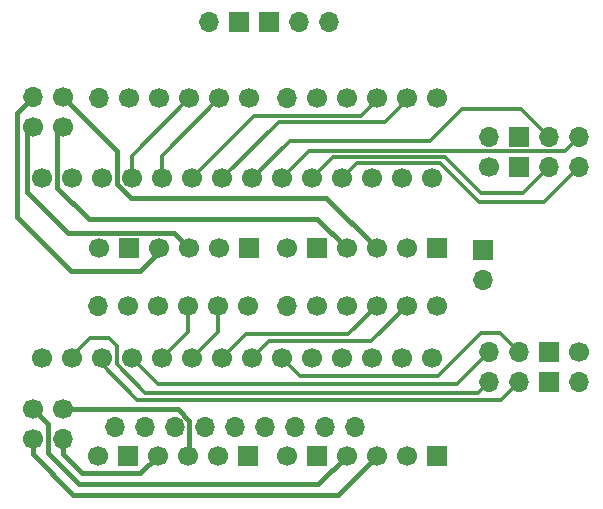
<source format=gbl>
G04 #@! TF.GenerationSoftware,KiCad,Pcbnew,7.0.5*
G04 #@! TF.CreationDate,2023-07-14T01:04:21-04:00*
G04 #@! TF.ProjectId,Tadpole,54616470-6f6c-4652-9e6b-696361645f70,rev?*
G04 #@! TF.SameCoordinates,Original*
G04 #@! TF.FileFunction,Copper,L4,Bot*
G04 #@! TF.FilePolarity,Positive*
%FSLAX46Y46*%
G04 Gerber Fmt 4.6, Leading zero omitted, Abs format (unit mm)*
G04 Created by KiCad (PCBNEW 7.0.5) date 2023-07-14 01:04:21*
%MOMM*%
%LPD*%
G01*
G04 APERTURE LIST*
G04 #@! TA.AperFunction,ComponentPad*
%ADD10C,1.700000*%
G04 #@! TD*
G04 #@! TA.AperFunction,ComponentPad*
%ADD11O,1.700000X1.700000*%
G04 #@! TD*
G04 #@! TA.AperFunction,ComponentPad*
%ADD12R,1.700000X1.700000*%
G04 #@! TD*
G04 #@! TA.AperFunction,Conductor*
%ADD13C,0.300000*%
G04 #@! TD*
G04 #@! TA.AperFunction,Conductor*
%ADD14C,0.400000*%
G04 #@! TD*
G04 APERTURE END LIST*
D10*
X114503200Y-84963000D03*
D11*
X114503200Y-82423000D03*
D10*
X117043200Y-84963000D03*
X117043200Y-82423000D03*
X117043200Y-108864400D03*
D11*
X117043200Y-111404400D03*
D10*
X114503200Y-108864400D03*
X114503200Y-111404400D03*
X153131200Y-88327000D03*
D11*
X153131200Y-85787000D03*
D12*
X155671200Y-88327000D03*
X155671200Y-85787000D03*
D11*
X158211200Y-88327000D03*
X158211200Y-85787000D03*
X160751200Y-88327000D03*
X160751200Y-85787000D03*
D10*
X160731200Y-104013000D03*
D11*
X160731200Y-106553000D03*
D12*
X158191200Y-104013000D03*
X158191200Y-106553000D03*
D11*
X155651200Y-104013000D03*
X155651200Y-106553000D03*
X153111200Y-104013000D03*
X153111200Y-106553000D03*
X139573000Y-76073000D03*
X137033000Y-76073000D03*
D12*
X134493000Y-76073000D03*
X131953000Y-76073000D03*
D11*
X129413000Y-76073000D03*
X121423600Y-110337600D03*
X123963600Y-110337600D03*
X126503600Y-110337600D03*
X129043600Y-110337600D03*
X131583600Y-110337600D03*
X134123600Y-110337600D03*
X136663600Y-110337600D03*
X139203600Y-110337600D03*
X141743600Y-110337600D03*
D12*
X152597000Y-95397400D03*
D11*
X152597000Y-97937400D03*
D10*
X117815200Y-104521000D03*
X120355200Y-104521000D03*
X122895200Y-104521000D03*
X125435200Y-104521000D03*
X120355200Y-89281000D03*
X127975200Y-104521000D03*
X130515200Y-104521000D03*
X133055200Y-104521000D03*
X135595200Y-104521000D03*
X138135200Y-104521000D03*
X140675200Y-104521000D03*
X143215200Y-104521000D03*
X145755200Y-104521000D03*
X148295200Y-104521000D03*
X148295200Y-89281000D03*
X145755200Y-89281000D03*
X143215200Y-89281000D03*
X140675200Y-89281000D03*
X138135200Y-89281000D03*
X135595200Y-89281000D03*
X133055200Y-89281000D03*
X130515200Y-89281000D03*
X127975200Y-89281000D03*
X125435200Y-89281000D03*
X122895200Y-89281000D03*
X117815200Y-89281000D03*
X115275200Y-104521000D03*
X115275200Y-89281000D03*
D11*
X119999600Y-100076000D03*
D10*
X122539600Y-100076000D03*
X125079600Y-100076000D03*
X127619600Y-100076000D03*
X130159600Y-100076000D03*
X132699600Y-100076000D03*
X119999600Y-112776000D03*
D12*
X122539600Y-112776000D03*
D10*
X125079600Y-112776000D03*
X127619600Y-112776000D03*
X130159600Y-112776000D03*
D12*
X132699600Y-112776000D03*
D11*
X120101200Y-82524600D03*
D10*
X122641200Y-82524600D03*
X125181200Y-82524600D03*
X127721200Y-82524600D03*
X130261200Y-82524600D03*
X132801200Y-82524600D03*
X120101200Y-95224600D03*
D12*
X122641200Y-95224600D03*
D10*
X125181200Y-95224600D03*
X127721200Y-95224600D03*
X130261200Y-95224600D03*
D12*
X132801200Y-95224600D03*
D11*
X135976200Y-100076000D03*
D10*
X138516200Y-100076000D03*
X141056200Y-100076000D03*
X143596200Y-100076000D03*
X146136200Y-100076000D03*
X148676200Y-100076000D03*
X135976200Y-112776000D03*
D12*
X138516200Y-112776000D03*
D10*
X141056200Y-112776000D03*
X143596200Y-112776000D03*
X146136200Y-112776000D03*
D12*
X148676200Y-112776000D03*
D11*
X135976200Y-82524600D03*
D10*
X138516200Y-82524600D03*
X141056200Y-82524600D03*
X143596200Y-82524600D03*
X146136200Y-82524600D03*
X148676200Y-82524600D03*
X135976200Y-95224600D03*
D12*
X138516200Y-95224600D03*
D10*
X141056200Y-95224600D03*
X143596200Y-95224600D03*
X146136200Y-95224600D03*
D12*
X148676200Y-95224600D03*
D13*
X127619600Y-102336600D02*
X127619600Y-100076000D01*
X125435200Y-104521000D02*
X127619600Y-102336600D01*
X127975200Y-104521000D02*
X130159600Y-102336600D01*
X130159600Y-102336600D02*
X130159600Y-100076000D01*
X143596200Y-100076000D02*
X141183200Y-102489000D01*
X141183200Y-102489000D02*
X132547200Y-102489000D01*
X132547200Y-102489000D02*
X130515200Y-104521000D01*
X146136200Y-100076000D02*
X143113600Y-103098600D01*
X143113600Y-103098600D02*
X134477600Y-103098600D01*
X134477600Y-103098600D02*
X133055200Y-104521000D01*
X130515200Y-89281000D02*
X135298400Y-84497800D01*
X144315400Y-84497800D02*
X146136200Y-82677000D01*
X135298400Y-84497800D02*
X144315400Y-84497800D01*
X133258400Y-83997800D02*
X142275400Y-83997800D01*
X142275400Y-83997800D02*
X143596200Y-82677000D01*
X127975200Y-89281000D02*
X133258400Y-83997800D01*
X125435200Y-87376000D02*
X125435200Y-89281000D01*
X130286600Y-82524600D02*
X125435200Y-87376000D01*
X122895200Y-87376000D02*
X122895200Y-89281000D01*
X127746600Y-82524600D02*
X122895200Y-87376000D01*
D14*
X126798167Y-108864400D02*
X127753600Y-109819833D01*
X127753600Y-112642000D02*
X127619600Y-112776000D01*
X127753600Y-109819833D02*
X127753600Y-112642000D01*
X117043200Y-108864400D02*
X126798167Y-108864400D01*
X123606400Y-114249200D02*
X125079600Y-112776000D01*
X117043200Y-112606481D02*
X118685919Y-114249200D01*
X118685919Y-114249200D02*
X123606400Y-114249200D01*
X117043200Y-111404400D02*
X117043200Y-112606481D01*
X138617800Y-115214400D02*
X141056200Y-112776000D01*
X130391971Y-115214400D02*
X138617800Y-115214400D01*
X118402000Y-115227000D02*
X130379371Y-115227000D01*
X115773200Y-110134400D02*
X115773200Y-112598200D01*
X130379371Y-115227000D02*
X130391971Y-115214400D01*
X114503200Y-108864400D02*
X115773200Y-110134400D01*
X115773200Y-112598200D02*
X118402000Y-115227000D01*
X140294200Y-116078000D02*
X143596200Y-112776000D01*
X114503200Y-112654400D02*
X117926800Y-116078000D01*
X114503200Y-111404400D02*
X114503200Y-112654400D01*
X117926800Y-116078000D02*
X140294200Y-116078000D01*
D13*
X139921200Y-87495000D02*
X149366700Y-87495000D01*
X152422700Y-90551000D02*
X155987200Y-90551000D01*
X149366700Y-87495000D02*
X152422700Y-90551000D01*
X138135200Y-89281000D02*
X139921200Y-87495000D01*
X155987200Y-90551000D02*
X158211200Y-88327000D01*
X133055200Y-89281000D02*
X136230200Y-86106000D01*
X150837900Y-83413600D02*
X155837800Y-83413600D01*
X155837800Y-83413600D02*
X158211200Y-85787000D01*
X136230200Y-86106000D02*
X148145500Y-86106000D01*
X148145500Y-86106000D02*
X150837900Y-83413600D01*
X140675200Y-89281000D02*
X141945200Y-88011000D01*
X152232200Y-91313000D02*
X157765200Y-91313000D01*
X148930200Y-88011000D02*
X152232200Y-91313000D01*
X157765200Y-91313000D02*
X160751200Y-88327000D01*
X141945200Y-88011000D02*
X148930200Y-88011000D01*
X159543200Y-86995000D02*
X160751200Y-85787000D01*
X137881200Y-86995000D02*
X159543200Y-86995000D01*
X135595200Y-89281000D02*
X137881200Y-86995000D01*
D14*
X117495000Y-93974600D02*
X126471200Y-93974600D01*
X114503200Y-84963000D02*
X113995200Y-85471000D01*
X113995200Y-90474800D02*
X117495000Y-93974600D01*
X126471200Y-93974600D02*
X127721200Y-95224600D01*
X113995200Y-85471000D02*
X113995200Y-90474800D01*
X113131600Y-83794600D02*
X114503200Y-82423000D01*
X117729000Y-97155000D02*
X113131600Y-92557600D01*
X125181200Y-95511700D02*
X123537900Y-97155000D01*
X123537900Y-97155000D02*
X117729000Y-97155000D01*
X113131600Y-92557600D02*
X113131600Y-83794600D01*
X125181200Y-95224600D02*
X125181200Y-95511700D01*
X116565200Y-85441000D02*
X117043200Y-84963000D01*
X116565200Y-90098400D02*
X116565200Y-85441000D01*
X138579800Y-92748200D02*
X119215000Y-92748200D01*
X141056200Y-95224600D02*
X138579800Y-92748200D01*
X119215000Y-92748200D02*
X116565200Y-90098400D01*
X139303600Y-90932000D02*
X122778433Y-90932000D01*
X121605200Y-86985000D02*
X117043200Y-82423000D01*
X143596200Y-95224600D02*
X139303600Y-90932000D01*
X121605200Y-89758767D02*
X121605200Y-86985000D01*
X122778433Y-90932000D02*
X121605200Y-89758767D01*
D13*
X152450800Y-102412800D02*
X154051000Y-102412800D01*
X150596600Y-104267000D02*
X152450800Y-102412800D01*
X150581200Y-104267000D02*
X150596600Y-104267000D01*
X137119200Y-106045000D02*
X148803200Y-106045000D01*
X154051000Y-102412800D02*
X155651200Y-104013000D01*
X148803200Y-106045000D02*
X150581200Y-104267000D01*
X135595200Y-104521000D02*
X137119200Y-106045000D01*
X120355200Y-104521000D02*
X120355200Y-105064400D01*
X123342400Y-108051600D02*
X154152600Y-108051600D01*
X120355200Y-105064400D02*
X123342400Y-108051600D01*
X154152600Y-108051600D02*
X155651200Y-106553000D01*
X150393400Y-106730800D02*
X153111200Y-104013000D01*
X122895200Y-104521000D02*
X125105000Y-106730800D01*
X125105000Y-106730800D02*
X150393400Y-106730800D01*
X119321500Y-102819200D02*
X120904000Y-102819200D01*
X120904000Y-102819200D02*
X121615200Y-103530400D01*
X124002800Y-107442000D02*
X152222200Y-107442000D01*
X121615200Y-105054400D02*
X124002800Y-107442000D01*
X152222200Y-107442000D02*
X153111200Y-106553000D01*
X117815200Y-104325500D02*
X119321500Y-102819200D01*
X117815200Y-104521000D02*
X117815200Y-104325500D01*
X121615200Y-103530400D02*
X121615200Y-105054400D01*
M02*

</source>
